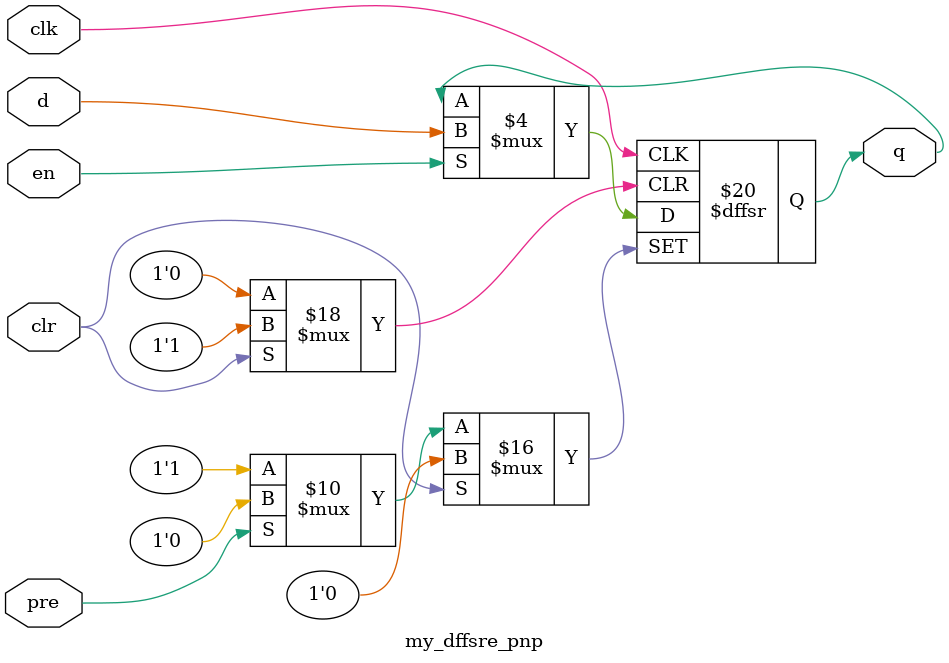
<source format=v>
module my_dffsre_pnp (
    input d,
    clk,
    pre,
    clr,
    en,
    output reg q
);
  initial q <= 1'b0;
  always @(posedge clk or negedge pre or posedge clr)
    if (!pre) q <= 1'b1;
    else if (clr) q <= 1'b0;
    else if (en) q <= d;
endmodule
</source>
